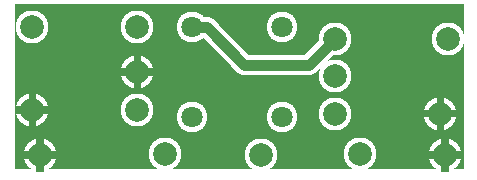
<source format=gbr>
%FSLAX34Y34*%
%MOMM*%
%LNCOPPER_TOP*%
G71*
G01*
%ADD10C,2.600*%
%ADD11C,2.800*%
%ADD12C,1.700*%
%ADD13C,0.667*%
%ADD14C,1.800*%
%ADD15C,2.000*%
%ADD16C,0.900*%
%LPD*%
G36*
X-271190Y92720D02*
X108810Y92720D01*
X108810Y-47280D01*
X-271190Y-47280D01*
X-271190Y92720D01*
G37*
%LPC*%
X-45317Y-2969D02*
G54D10*
D03*
X-45317Y73231D02*
G54D10*
D03*
X-121517Y73231D02*
G54D10*
D03*
X-121517Y-2969D02*
G54D10*
D03*
X-256540Y73143D02*
G54D11*
D03*
X-256540Y3293D02*
G54D11*
D03*
X-167640Y73143D02*
G54D11*
D03*
X-167640Y35043D02*
G54D11*
D03*
X-167640Y3293D02*
G54D11*
D03*
X88900Y0D02*
G54D11*
D03*
X95250Y63500D02*
G54D11*
D03*
X0Y0D02*
G54D11*
D03*
X0Y31750D02*
G54D11*
D03*
X0Y63500D02*
G54D11*
D03*
G54D12*
X-121517Y73231D02*
X-108817Y73231D01*
X-77067Y41481D01*
X-22019Y41481D01*
X0Y63500D01*
X-144190Y-34280D02*
G54D11*
D03*
X-63089Y-35017D02*
G54D11*
D03*
X20910Y-34280D02*
G54D11*
D03*
X-250190Y-34807D02*
G54D11*
D03*
X92710Y-34807D02*
G54D11*
D03*
%LPD*%
G54D13*
G36*
X-259873Y3293D02*
X-259873Y17793D01*
X-253207Y17793D01*
X-253207Y3293D01*
X-259873Y3293D01*
G37*
G36*
X-256540Y6626D02*
X-242040Y6626D01*
X-242040Y-40D01*
X-256540Y-40D01*
X-256540Y6626D01*
G37*
G36*
X-253207Y3293D02*
X-253207Y-11207D01*
X-259873Y-11207D01*
X-259873Y3293D01*
X-253207Y3293D01*
G37*
G36*
X-256540Y-40D02*
X-271040Y-40D01*
X-271040Y6626D01*
X-256540Y6626D01*
X-256540Y-40D01*
G37*
G54D13*
G36*
X-170973Y35043D02*
X-170973Y49543D01*
X-164307Y49543D01*
X-164307Y35043D01*
X-170973Y35043D01*
G37*
G36*
X-167640Y38376D02*
X-153140Y38376D01*
X-153140Y31710D01*
X-167640Y31710D01*
X-167640Y38376D01*
G37*
G36*
X-164307Y35043D02*
X-164307Y20543D01*
X-170973Y20543D01*
X-170973Y35043D01*
X-164307Y35043D01*
G37*
G36*
X-167640Y31710D02*
X-182140Y31710D01*
X-182140Y38376D01*
X-167640Y38376D01*
X-167640Y31710D01*
G37*
G54D13*
G36*
X92233Y0D02*
X92233Y-14500D01*
X85567Y-14500D01*
X85567Y0D01*
X92233Y0D01*
G37*
G36*
X88900Y-3333D02*
X74400Y-3333D01*
X74400Y3333D01*
X88900Y3333D01*
X88900Y-3333D01*
G37*
G36*
X85567Y0D02*
X85567Y14500D01*
X92233Y14500D01*
X92233Y0D01*
X85567Y0D01*
G37*
G36*
X88900Y3333D02*
X103400Y3333D01*
X103400Y-3333D01*
X88900Y-3333D01*
X88900Y3333D01*
G37*
G54D13*
G36*
X-253523Y-34807D02*
X-253523Y-20307D01*
X-246857Y-20307D01*
X-246857Y-34807D01*
X-253523Y-34807D01*
G37*
G36*
X-250190Y-31474D02*
X-235690Y-31474D01*
X-235690Y-38140D01*
X-250190Y-38140D01*
X-250190Y-31474D01*
G37*
G36*
X-246857Y-34807D02*
X-246857Y-49307D01*
X-253523Y-49307D01*
X-253523Y-34807D01*
X-246857Y-34807D01*
G37*
G36*
X-250190Y-38140D02*
X-264690Y-38140D01*
X-264690Y-31474D01*
X-250190Y-31474D01*
X-250190Y-38140D01*
G37*
G54D13*
G36*
X89377Y-34807D02*
X89377Y-20307D01*
X96043Y-20307D01*
X96043Y-34807D01*
X89377Y-34807D01*
G37*
G36*
X92710Y-31474D02*
X107210Y-31474D01*
X107210Y-38140D01*
X92710Y-38140D01*
X92710Y-31474D01*
G37*
G36*
X96043Y-34807D02*
X96043Y-49307D01*
X89377Y-49307D01*
X89377Y-34807D01*
X96043Y-34807D01*
G37*
G36*
X92710Y-38140D02*
X78210Y-38140D01*
X78210Y-31474D01*
X92710Y-31474D01*
X92710Y-38140D01*
G37*
X-45317Y-2969D02*
G54D14*
D03*
X-45317Y73231D02*
G54D14*
D03*
X-121517Y73231D02*
G54D14*
D03*
X-121517Y-2969D02*
G54D14*
D03*
X-256540Y73143D02*
G54D15*
D03*
X-256540Y3293D02*
G54D15*
D03*
X-167640Y73143D02*
G54D15*
D03*
X-167640Y35043D02*
G54D15*
D03*
X-167640Y3293D02*
G54D15*
D03*
X88900Y0D02*
G54D15*
D03*
X95250Y63500D02*
G54D15*
D03*
X0Y0D02*
G54D15*
D03*
X0Y31750D02*
G54D15*
D03*
X0Y63500D02*
G54D15*
D03*
G54D16*
X-121517Y73231D02*
X-108817Y73231D01*
X-77067Y41481D01*
X-22019Y41481D01*
X0Y63500D01*
X-144190Y-34280D02*
G54D15*
D03*
X-63089Y-35017D02*
G54D15*
D03*
X20910Y-34280D02*
G54D15*
D03*
X-250190Y-34807D02*
G54D15*
D03*
X92710Y-34807D02*
G54D15*
D03*
M02*

</source>
